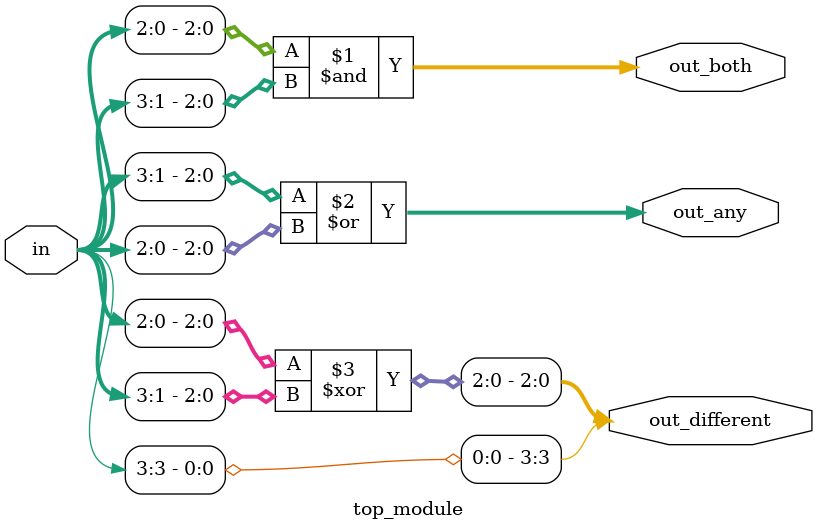
<source format=sv>
module top_module (
	input [3:0] in,
	output [2:0] out_both,
	output [3:1] out_any,
	output [3:0] out_different
);

	assign out_both = in[2:0] & in[3:1];
	assign out_any = in[3:1] | in[2:0];
	assign out_different = {{2{in[3]}}, in[2:0] ^ in[3:1]};

endmodule

</source>
